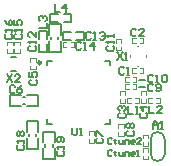
<source format=gto>
G04*
G04 #@! TF.GenerationSoftware,Altium Limited,Altium Designer,19.0.15 (446)*
G04*
G04 Layer_Color=65535*
%FSLAX24Y24*%
%MOIN*%
G70*
G01*
G75*
%ADD10C,0.0059*%
%ADD11C,0.0098*%
%ADD12C,0.0060*%
%ADD13C,0.0049*%
%ADD14C,0.0079*%
%ADD15C,0.0050*%
D10*
X2402Y-2061D02*
G03*
X2874Y-2061I236J0D01*
G01*
Y-1561D02*
G03*
X2402Y-1561I-236J0D01*
G01*
X2874Y-2061D02*
Y-1561D01*
X2402Y-2061D02*
Y-1561D01*
X-1043Y-1043D02*
X-896D01*
X-1043D02*
Y-896D01*
X896Y-1043D02*
X1043D01*
Y-896D01*
Y896D02*
Y1043D01*
X896D02*
X1043D01*
X-1043D02*
X-896D01*
X-1043Y896D02*
Y1043D01*
D11*
X-1250Y984D02*
G03*
X-1250Y984I-49J0D01*
G01*
D12*
X2010Y415D02*
X2220D01*
X2010Y185D02*
X2220D01*
X-522Y1738D02*
Y2014D01*
X187Y1738D02*
Y2014D01*
X-69Y1738D02*
X187D01*
X-522D02*
X-266D01*
X-69Y2014D02*
X187D01*
X-522D02*
X-266D01*
X-945Y2618D02*
X-689D01*
X-492D02*
X-236D01*
X-945Y2343D02*
X-689D01*
X-492D02*
X-236D01*
Y2618D01*
X-945Y2343D02*
Y2618D01*
X-984Y2274D02*
X-591D01*
X-984Y1348D02*
X-591D01*
Y1909D02*
Y2274D01*
Y1348D02*
Y1713D01*
X-984Y1909D02*
Y2274D01*
Y1348D02*
Y1713D01*
X-2274Y-79D02*
X-1909D01*
X-1713D02*
X-1348D01*
X-2274Y-472D02*
X-1909D01*
X-1713D02*
X-1348D01*
Y-79D01*
X-2274Y-472D02*
Y-79D01*
X-1043Y1791D02*
Y2047D01*
Y1339D02*
Y1594D01*
X-1319Y1791D02*
Y2047D01*
Y1339D02*
Y1594D01*
Y1339D02*
X-1043D01*
X-1319Y2047D02*
X-1043D01*
X-1732Y-1880D02*
Y-1516D01*
Y-1319D02*
Y-955D01*
X-1339Y-1880D02*
Y-1516D01*
Y-1319D02*
Y-955D01*
X-1732D02*
X-1339D01*
X-1732Y-1880D02*
X-1339D01*
X-1181Y-2234D02*
Y-1870D01*
Y-1673D02*
Y-1309D01*
X-787Y-2234D02*
Y-1870D01*
Y-1673D02*
Y-1309D01*
X-1181D02*
X-787D01*
X-1181Y-2234D02*
X-787D01*
D13*
X1547Y98D02*
Y272D01*
X1933Y98D02*
Y272D01*
X1809Y98D02*
X1933D01*
X1547D02*
X1671D01*
X1809Y272D02*
X1933D01*
X1547D02*
X1671D01*
X1809Y328D02*
X1933D01*
X1547D02*
X1671D01*
X1809Y502D02*
X1933D01*
X1547D02*
X1671D01*
X1547Y328D02*
Y502D01*
X1933Y328D02*
X1933Y502D01*
X1425Y1778D02*
X1425Y1654D01*
Y1392D02*
Y1516D01*
X1252Y1654D02*
Y1778D01*
Y1392D02*
Y1516D01*
Y1392D02*
X1425D01*
X1252Y1778D02*
X1425D01*
X1777Y802D02*
X1901D01*
X2039D02*
X2163D01*
X1777Y628D02*
X1901D01*
X2039D02*
X2163D01*
Y802D01*
X1777Y628D02*
Y802D01*
X1962Y859D02*
X1978Y859D01*
X1702Y1166D02*
Y1244D01*
X1962Y1551D02*
X1978D01*
X2238Y1166D02*
X2238Y1244D01*
X2039Y1628D02*
X2163Y1628D01*
X1777D02*
X1901Y1628D01*
X2039Y1802D02*
X2163Y1802D01*
X1777Y1802D02*
X1901D01*
X1777Y1628D02*
Y1802D01*
X2163Y1628D02*
Y1802D01*
X-142Y1514D02*
Y1687D01*
X-528Y1514D02*
Y1687D01*
X-404D01*
X-266D02*
X-142D01*
X-528Y1514D02*
X-404D01*
X-266D02*
X-142D01*
X2713Y-362D02*
Y-189D01*
X2327Y-362D02*
Y-189D01*
X2451D01*
X2589D02*
X2713D01*
X2327Y-362D02*
X2451D01*
X2589D02*
X2713D01*
X337Y-1689D02*
Y-1565D01*
Y-1427D02*
Y-1303D01*
X510Y-1689D02*
Y-1565D01*
Y-1427D02*
Y-1303D01*
X337D02*
X510D01*
X337Y-1689D02*
X510D01*
X1331Y-1453D02*
Y-1329D01*
Y-1191D02*
Y-1067D01*
X1504Y-1453D02*
Y-1329D01*
Y-1191D02*
Y-1067D01*
X1331D02*
X1504D01*
X1331Y-1453D02*
X1504D01*
X2157Y-1797D02*
Y-1673D01*
Y-1535D02*
Y-1411D01*
X2331Y-1797D02*
Y-1673D01*
Y-1535D02*
Y-1411D01*
X2157D02*
X2331D01*
X2157Y-1797D02*
X2331D01*
X2157Y-2240D02*
Y-2116D01*
Y-1978D02*
Y-1854D01*
X2331Y-2240D02*
Y-2116D01*
Y-1978D02*
Y-1854D01*
X2157D02*
X2331D01*
X2157Y-2240D02*
X2331D01*
X-1429Y1024D02*
Y1148D01*
Y762D02*
Y886D01*
X-1602Y1024D02*
Y1148D01*
Y762D02*
Y886D01*
Y762D02*
X-1429D01*
X-1602Y1148D02*
X-1429D01*
X1370Y-350D02*
Y-226D01*
Y-89D02*
Y35D01*
X1543Y-350D02*
Y-226D01*
Y-89D02*
Y35D01*
X1370D02*
X1543D01*
X1370Y-350D02*
X1543D01*
X2004Y-362D02*
Y-189D01*
X1618Y-362D02*
Y-189D01*
X1742D01*
X1880D02*
X2004D01*
X1618Y-362D02*
X1742D01*
X1880D02*
X2004D01*
X-2197Y1565D02*
Y1689D01*
Y1303D02*
Y1427D01*
X-2370Y1565D02*
Y1689D01*
Y1303D02*
Y1427D01*
Y1303D02*
X-2197D01*
X-2370Y1689D02*
X-2197D01*
X-1961Y1565D02*
Y1689D01*
Y1303D02*
Y1427D01*
X-2134Y1565D02*
Y1689D01*
Y1303D02*
Y1427D01*
Y1303D02*
X-1961D01*
X-2134Y1689D02*
X-1961D01*
X2079Y-350D02*
Y-226D01*
Y-89D02*
Y35D01*
X2252Y-350D02*
Y-226D01*
Y-89D02*
Y35D01*
X2079D02*
X2252D01*
X2079Y-350D02*
X2252D01*
D14*
X-669Y1772D02*
Y1850D01*
X-906Y1772D02*
Y1850D01*
X-2260Y709D02*
X-2071D01*
X-2260Y1181D02*
X-2071D01*
X-1850Y-157D02*
X-1772D01*
X-1850Y-394D02*
X-1772D01*
X-1654Y-1457D02*
Y-1378D01*
X-1417Y-1457D02*
Y-1378D01*
X-1102Y-1811D02*
Y-1732D01*
X-866Y-1811D02*
Y-1732D01*
D15*
X973Y1554D02*
X931Y1513D01*
Y1429D01*
X973Y1388D01*
X1139D01*
X1181Y1429D01*
Y1513D01*
X1139Y1554D01*
X1181Y1638D02*
Y1721D01*
Y1679D01*
X931D01*
X973Y1638D01*
X1181Y1846D02*
Y1929D01*
Y1888D01*
X931D01*
X973Y1846D01*
X2487Y548D02*
X2445Y590D01*
X2362D01*
X2320Y548D01*
Y382D01*
X2362Y340D01*
X2445D01*
X2487Y382D01*
X2570Y340D02*
X2653D01*
X2612D01*
Y590D01*
X2570Y548D01*
X2778D02*
X2820Y590D01*
X2903D01*
X2945Y548D01*
Y382D01*
X2903Y340D01*
X2820D01*
X2778Y382D01*
Y548D01*
X1527Y798D02*
X1485Y840D01*
X1402D01*
X1360Y798D01*
Y632D01*
X1402Y590D01*
X1485D01*
X1527Y632D01*
X1610Y590D02*
X1693D01*
X1652D01*
Y840D01*
X1610Y798D01*
X1300Y1330D02*
X1467Y1080D01*
Y1330D02*
X1300Y1080D01*
X1550D02*
X1633D01*
X1592D01*
Y1330D01*
X1550Y1288D01*
X1927Y2078D02*
X1885Y2120D01*
X1802D01*
X1760Y2078D01*
Y1912D01*
X1802Y1870D01*
X1885D01*
X1927Y1912D01*
X2177Y1870D02*
X2010D01*
X2177Y2037D01*
Y2078D01*
X2135Y2120D01*
X2052D01*
X2010Y2078D01*
X2487Y238D02*
X2445Y280D01*
X2362D01*
X2320Y238D01*
Y72D01*
X2362Y30D01*
X2445D01*
X2487Y72D01*
X2570D02*
X2612Y30D01*
X2695D01*
X2737Y72D01*
Y238D01*
X2695Y280D01*
X2612D01*
X2570Y238D01*
Y197D01*
X2612Y155D01*
X2737D01*
X413Y1960D02*
X371Y2002D01*
X288D01*
X246Y1960D01*
Y1794D01*
X288Y1752D01*
X371D01*
X413Y1794D01*
X496Y1752D02*
X579D01*
X538D01*
Y2002D01*
X496Y1960D01*
X704D02*
X746Y2002D01*
X829D01*
X871Y1960D01*
Y1919D01*
X829Y1877D01*
X788D01*
X829D01*
X871Y1835D01*
Y1794D01*
X829Y1752D01*
X746D01*
X704Y1794D01*
X88Y1626D02*
X46Y1667D01*
X-37D01*
X-79Y1626D01*
Y1459D01*
X-37Y1417D01*
X46D01*
X88Y1459D01*
X171Y1417D02*
X254D01*
X213D01*
Y1667D01*
X171Y1626D01*
X504Y1417D02*
Y1667D01*
X379Y1542D01*
X546D01*
X2362Y-449D02*
Y-699D01*
X2529D01*
X2779D02*
X2612D01*
X2779Y-532D01*
Y-491D01*
X2737Y-449D01*
X2654D01*
X2612Y-491D01*
X1118Y-1556D02*
X1084Y-1523D01*
X1018D01*
X984Y-1556D01*
Y-1689D01*
X1018Y-1722D01*
X1084D01*
X1118Y-1689D01*
X1218Y-1556D02*
Y-1589D01*
X1184D01*
X1251D01*
X1218D01*
Y-1689D01*
X1251Y-1722D01*
X1351Y-1589D02*
Y-1689D01*
X1384Y-1722D01*
X1484D01*
Y-1589D01*
X1551Y-1722D02*
Y-1589D01*
X1651D01*
X1684Y-1622D01*
Y-1722D01*
X1851D02*
X1784D01*
X1751Y-1689D01*
Y-1622D01*
X1784Y-1589D01*
X1851D01*
X1884Y-1622D01*
Y-1656D01*
X1751D01*
X2084Y-1722D02*
X1951D01*
X2084Y-1589D01*
Y-1556D01*
X2051Y-1523D01*
X1984D01*
X1951Y-1556D01*
X1118Y-1959D02*
X1084Y-1926D01*
X1018D01*
X984Y-1959D01*
Y-2093D01*
X1018Y-2126D01*
X1084D01*
X1118Y-2093D01*
X1218Y-1959D02*
Y-1993D01*
X1184D01*
X1251D01*
X1218D01*
Y-2093D01*
X1251Y-2126D01*
X1351Y-1993D02*
Y-2093D01*
X1384Y-2126D01*
X1484D01*
Y-1993D01*
X1551Y-2126D02*
Y-1993D01*
X1651D01*
X1684Y-2026D01*
Y-2126D01*
X1851D02*
X1784D01*
X1751Y-2093D01*
Y-2026D01*
X1784Y-1993D01*
X1851D01*
X1884Y-2026D01*
Y-2059D01*
X1751D01*
X1951Y-2126D02*
X2017D01*
X1984D01*
Y-1926D01*
X1951Y-1959D01*
X-681Y-1959D02*
X-722Y-2001D01*
Y-2084D01*
X-681Y-2126D01*
X-514D01*
X-472Y-2084D01*
Y-2001D01*
X-514Y-1959D01*
X-472Y-1876D02*
Y-1793D01*
Y-1834D01*
X-722D01*
X-681Y-1876D01*
X-514Y-1668D02*
X-472Y-1626D01*
Y-1543D01*
X-514Y-1501D01*
X-681D01*
X-722Y-1543D01*
Y-1626D01*
X-681Y-1668D01*
X-639D01*
X-597Y-1626D01*
Y-1501D01*
X-2019Y-1763D02*
X-2061Y-1804D01*
Y-1887D01*
X-2019Y-1929D01*
X-1853D01*
X-1811Y-1887D01*
Y-1804D01*
X-1853Y-1763D01*
X-1811Y-1679D02*
Y-1596D01*
Y-1638D01*
X-2061D01*
X-2019Y-1679D01*
Y-1471D02*
X-2061Y-1429D01*
Y-1346D01*
X-2019Y-1304D01*
X-1978D01*
X-1936Y-1346D01*
X-1894Y-1304D01*
X-1853D01*
X-1811Y-1346D01*
Y-1429D01*
X-1853Y-1471D01*
X-1894D01*
X-1936Y-1429D01*
X-1978Y-1471D01*
X-2019D01*
X-1936Y-1429D02*
Y-1346D01*
X-1626Y1545D02*
X-1667Y1503D01*
Y1420D01*
X-1626Y1378D01*
X-1459D01*
X-1417Y1420D01*
Y1503D01*
X-1459Y1545D01*
X-1417Y1628D02*
Y1711D01*
Y1670D01*
X-1667D01*
X-1626Y1628D01*
X-1417Y2003D02*
Y1836D01*
X-1584Y2003D01*
X-1626D01*
X-1667Y1961D01*
Y1878D01*
X-1626Y1836D01*
X2075Y-700D02*
X2034Y-741D01*
Y-824D01*
X2075Y-866D01*
X2242D01*
X2283Y-824D01*
Y-741D01*
X2242Y-700D01*
X2283Y-491D02*
X2034D01*
X2159Y-616D01*
Y-450D01*
X2480Y-1220D02*
Y-1054D01*
X2564Y-971D01*
X2647Y-1054D01*
Y-1220D01*
Y-1096D01*
X2480D01*
X2730Y-1220D02*
X2814D01*
X2772D01*
Y-971D01*
X2730Y-1012D01*
X-787Y2927D02*
Y2677D01*
X-621D01*
X-413D02*
Y2927D01*
X-537Y2802D01*
X-371D01*
X-1313Y2126D02*
X-1063D01*
Y2293D01*
X-1271Y2376D02*
X-1313Y2418D01*
Y2501D01*
X-1271Y2543D01*
X-1230D01*
X-1188Y2501D01*
Y2459D01*
Y2501D01*
X-1146Y2543D01*
X-1105D01*
X-1063Y2501D01*
Y2418D01*
X-1105Y2376D01*
X-1596Y423D02*
X-1638Y381D01*
Y298D01*
X-1596Y256D01*
X-1429D01*
X-1388Y298D01*
Y381D01*
X-1429Y423D01*
X-1638Y672D02*
Y506D01*
X-1513D01*
X-1554Y589D01*
Y631D01*
X-1513Y672D01*
X-1429D01*
X-1388Y631D01*
Y547D01*
X-1429Y506D01*
X619Y-1536D02*
X577Y-1578D01*
Y-1661D01*
X619Y-1703D01*
X785D01*
X827Y-1661D01*
Y-1578D01*
X785Y-1536D01*
X577Y-1453D02*
Y-1286D01*
X619D01*
X785Y-1453D01*
X827D01*
X1642Y-1290D02*
X1600Y-1332D01*
Y-1415D01*
X1642Y-1457D01*
X1809D01*
X1850Y-1415D01*
Y-1332D01*
X1809Y-1290D01*
X1642Y-1207D02*
X1600Y-1165D01*
Y-1082D01*
X1642Y-1040D01*
X1684D01*
X1725Y-1082D01*
X1767Y-1040D01*
X1809D01*
X1850Y-1082D01*
Y-1165D01*
X1809Y-1207D01*
X1767D01*
X1725Y-1165D01*
X1684Y-1207D01*
X1642D01*
X1725Y-1165D02*
Y-1082D01*
X-2117Y189D02*
X-2159Y230D01*
X-2242D01*
X-2283Y189D01*
Y22D01*
X-2242Y-20D01*
X-2159D01*
X-2117Y22D01*
X-1867Y230D02*
X-1950Y189D01*
X-2034Y105D01*
Y22D01*
X-1992Y-20D01*
X-1909D01*
X-1867Y22D01*
Y64D01*
X-1909Y105D01*
X-2034D01*
X-207Y-1177D02*
Y-1386D01*
X-165Y-1427D01*
X-82D01*
X-40Y-1386D01*
Y-1177D01*
X43Y-1427D02*
X127D01*
X85D01*
Y-1177D01*
X43Y-1219D01*
X-2382Y594D02*
X-2215Y344D01*
Y594D02*
X-2382Y344D01*
X-1965D02*
X-2132D01*
X-1965Y511D01*
Y553D01*
X-2007Y594D01*
X-2090D01*
X-2132Y553D01*
X-2413Y1938D02*
X-2455Y1897D01*
Y1813D01*
X-2413Y1772D01*
X-2246D01*
X-2205Y1813D01*
Y1897D01*
X-2246Y1938D01*
X-2205Y2022D02*
Y2105D01*
Y2063D01*
X-2455D01*
X-2413Y2022D01*
X-2455Y2396D02*
X-2413Y2313D01*
X-2330Y2230D01*
X-2246D01*
X-2205Y2271D01*
Y2355D01*
X-2246Y2396D01*
X-2288D01*
X-2330Y2355D01*
Y2230D01*
X-2098Y1938D02*
X-2140Y1897D01*
Y1813D01*
X-2098Y1772D01*
X-1931D01*
X-1890Y1813D01*
Y1897D01*
X-1931Y1938D01*
X-1890Y2022D02*
Y2105D01*
Y2063D01*
X-2140D01*
X-2098Y2022D01*
X-2140Y2396D02*
Y2230D01*
X-2015D01*
X-2056Y2313D01*
Y2355D01*
X-2015Y2396D01*
X-1931D01*
X-1890Y2355D01*
Y2271D01*
X-1931Y2230D01*
X1367Y-700D02*
X1325Y-741D01*
Y-824D01*
X1367Y-866D01*
X1533D01*
X1575Y-824D01*
Y-741D01*
X1533Y-700D01*
X1367Y-616D02*
X1325Y-575D01*
Y-491D01*
X1367Y-450D01*
X1408D01*
X1450Y-491D01*
Y-533D01*
Y-491D01*
X1491Y-450D01*
X1533D01*
X1575Y-491D01*
Y-575D01*
X1533Y-616D01*
X1654Y-459D02*
Y-709D01*
X1820D01*
X1903D02*
X1987D01*
X1945D01*
Y-459D01*
X1903Y-500D01*
M02*

</source>
